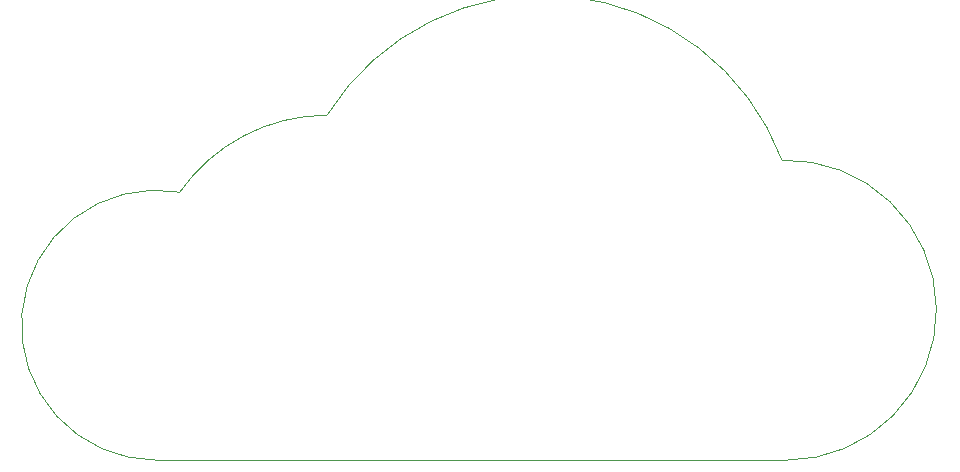
<source format=gm1>
G04 #@! TF.FileFunction,Profile,NP*
%FSLAX46Y46*%
G04 Gerber Fmt 4.6, Leading zero omitted, Abs format (unit mm)*
G04 Created by KiCad (PCBNEW 4.0.7-e2-6376~58~ubuntu16.04.1) date Tue Oct 17 16:23:07 2017*
%MOMM*%
%LPD*%
G01*
G04 APERTURE LIST*
%ADD10C,0.101600*%
%ADD11C,0.100000*%
G04 APERTURE END LIST*
D10*
D11*
X78368634Y-76205431D02*
G75*
G02X78740000Y-101600000I371366J-12694569D01*
G01*
X39849783Y-72390026D02*
G75*
G02X78368634Y-76205431I18316217J-11429974D01*
G01*
X27377575Y-78912376D02*
G75*
G02X39849783Y-72390026I12500425J-8717624D01*
G01*
X25400000Y-101600000D02*
X78740000Y-101600000D01*
X25400000Y-101600000D02*
G75*
G02X27377575Y-78912376I0J11430000D01*
G01*
M02*

</source>
